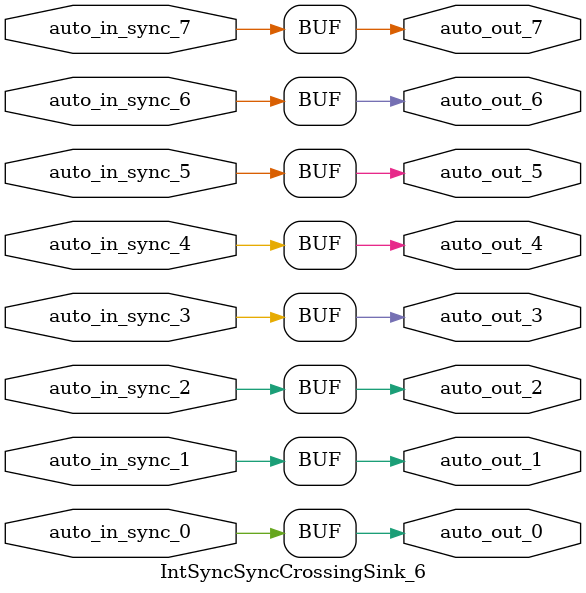
<source format=sv>
`ifndef RANDOMIZE
  `ifdef RANDOMIZE_MEM_INIT
    `define RANDOMIZE
  `endif // RANDOMIZE_MEM_INIT
`endif // not def RANDOMIZE
`ifndef RANDOMIZE
  `ifdef RANDOMIZE_REG_INIT
    `define RANDOMIZE
  `endif // RANDOMIZE_REG_INIT
`endif // not def RANDOMIZE

`ifndef RANDOM
  `define RANDOM $random
`endif // not def RANDOM

// Users can define INIT_RANDOM as general code that gets injected into the
// initializer block for modules with registers.
`ifndef INIT_RANDOM
  `define INIT_RANDOM
`endif // not def INIT_RANDOM

// If using random initialization, you can also define RANDOMIZE_DELAY to
// customize the delay used, otherwise 0.002 is used.
`ifndef RANDOMIZE_DELAY
  `define RANDOMIZE_DELAY 0.002
`endif // not def RANDOMIZE_DELAY

// Define INIT_RANDOM_PROLOG_ for use in our modules below.
`ifndef INIT_RANDOM_PROLOG_
  `ifdef RANDOMIZE
    `ifdef VERILATOR
      `define INIT_RANDOM_PROLOG_ `INIT_RANDOM
    `else  // VERILATOR
      `define INIT_RANDOM_PROLOG_ `INIT_RANDOM #`RANDOMIZE_DELAY begin end
    `endif // VERILATOR
  `else  // RANDOMIZE
    `define INIT_RANDOM_PROLOG_
  `endif // RANDOMIZE
`endif // not def INIT_RANDOM_PROLOG_

// Include register initializers in init blocks unless synthesis is set
`ifndef SYNTHESIS
  `ifndef ENABLE_INITIAL_REG_
    `define ENABLE_INITIAL_REG_
  `endif // not def ENABLE_INITIAL_REG_
`endif // not def SYNTHESIS

// Include rmemory initializers in init blocks unless synthesis is set
`ifndef SYNTHESIS
  `ifndef ENABLE_INITIAL_MEM_
    `define ENABLE_INITIAL_MEM_
  `endif // not def ENABLE_INITIAL_MEM_
`endif // not def SYNTHESIS

// Standard header to adapt well known macros for prints and assertions.

// Users can define 'PRINTF_COND' to add an extra gate to prints.
`ifndef PRINTF_COND_
  `ifdef PRINTF_COND
    `define PRINTF_COND_ (`PRINTF_COND)
  `else  // PRINTF_COND
    `define PRINTF_COND_ 1
  `endif // PRINTF_COND
`endif // not def PRINTF_COND_

// Users can define 'ASSERT_VERBOSE_COND' to add an extra gate to assert error printing.
`ifndef ASSERT_VERBOSE_COND_
  `ifdef ASSERT_VERBOSE_COND
    `define ASSERT_VERBOSE_COND_ (`ASSERT_VERBOSE_COND)
  `else  // ASSERT_VERBOSE_COND
    `define ASSERT_VERBOSE_COND_ 1
  `endif // ASSERT_VERBOSE_COND
`endif // not def ASSERT_VERBOSE_COND_

// Users can define 'STOP_COND' to add an extra gate to stop conditions.
`ifndef STOP_COND_
  `ifdef STOP_COND
    `define STOP_COND_ (`STOP_COND)
  `else  // STOP_COND
    `define STOP_COND_ 1
  `endif // STOP_COND
`endif // not def STOP_COND_

module IntSyncSyncCrossingSink_6(
  input  auto_in_sync_0,	// @[generators/rocket-chip/src/main/scala/diplomacy/LazyModule.scala:366:18]
         auto_in_sync_1,	// @[generators/rocket-chip/src/main/scala/diplomacy/LazyModule.scala:366:18]
         auto_in_sync_2,	// @[generators/rocket-chip/src/main/scala/diplomacy/LazyModule.scala:366:18]
         auto_in_sync_3,	// @[generators/rocket-chip/src/main/scala/diplomacy/LazyModule.scala:366:18]
         auto_in_sync_4,	// @[generators/rocket-chip/src/main/scala/diplomacy/LazyModule.scala:366:18]
         auto_in_sync_5,	// @[generators/rocket-chip/src/main/scala/diplomacy/LazyModule.scala:366:18]
         auto_in_sync_6,	// @[generators/rocket-chip/src/main/scala/diplomacy/LazyModule.scala:366:18]
         auto_in_sync_7,	// @[generators/rocket-chip/src/main/scala/diplomacy/LazyModule.scala:366:18]
  output auto_out_0,	// @[generators/rocket-chip/src/main/scala/diplomacy/LazyModule.scala:366:18]
         auto_out_1,	// @[generators/rocket-chip/src/main/scala/diplomacy/LazyModule.scala:366:18]
         auto_out_2,	// @[generators/rocket-chip/src/main/scala/diplomacy/LazyModule.scala:366:18]
         auto_out_3,	// @[generators/rocket-chip/src/main/scala/diplomacy/LazyModule.scala:366:18]
         auto_out_4,	// @[generators/rocket-chip/src/main/scala/diplomacy/LazyModule.scala:366:18]
         auto_out_5,	// @[generators/rocket-chip/src/main/scala/diplomacy/LazyModule.scala:366:18]
         auto_out_6,	// @[generators/rocket-chip/src/main/scala/diplomacy/LazyModule.scala:366:18]
         auto_out_7	// @[generators/rocket-chip/src/main/scala/diplomacy/LazyModule.scala:366:18]
);

  assign auto_out_0 = auto_in_sync_0;
  assign auto_out_1 = auto_in_sync_1;
  assign auto_out_2 = auto_in_sync_2;
  assign auto_out_3 = auto_in_sync_3;
  assign auto_out_4 = auto_in_sync_4;
  assign auto_out_5 = auto_in_sync_5;
  assign auto_out_6 = auto_in_sync_6;
  assign auto_out_7 = auto_in_sync_7;
endmodule


</source>
